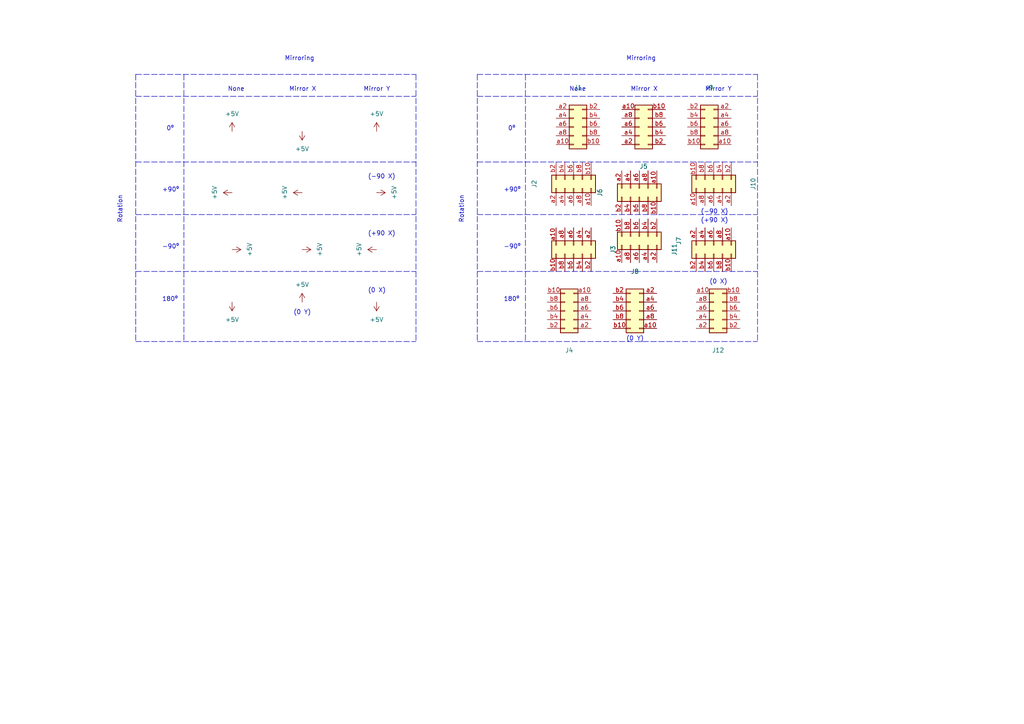
<source format=kicad_sch>
(kicad_sch (version 20211123) (generator eeschema)
  (paper "A4")
  (lib_symbols
    (symbol "Connector:DIN41612_02x05_AB_EvenPins" (pin_names (offset 1.016) hide)
      (property "Reference" "J" (at 1.27 7.62 0))
      (property "Value" "DIN41612_02x05_AB_EvenPins" (at 1.27 -7.62 0))
      (symbol "DIN41612_02x05_AB_EvenPins_1_1"
        (rectangle (start -1.27 -4.953) (end 0 -5.207) (stroke (width 0.1524)))
        (rectangle (start -1.27 -2.413) (end 0 -2.667) (stroke (width 0.1524)))
        (rectangle (start -1.27 0.127) (end 0 -0.127) (stroke (width 0.1524)))
        (rectangle (start -1.27 2.667) (end 0 2.413) (stroke (width 0.1524)))
        (rectangle (start -1.27 5.207) (end 0 4.953) (stroke (width 0.1524)))
        (rectangle (start -1.27 6.35) (end 3.81 -6.35) (stroke (width 0.254)) (fill (type background)))
        (rectangle (start 3.81 -4.953) (end 2.54 -5.207) (stroke (width 0.1524)))
        (rectangle (start 3.81 -2.413) (end 2.54 -2.667) (stroke (width 0.1524)))
        (rectangle (start 3.81 0.127) (end 2.54 -0.127) (stroke (width 0.1524)))
        (rectangle (start 3.81 2.667) (end 2.54 2.413) (stroke (width 0.1524)))
        (rectangle (start 3.81 5.207) (end 2.54 4.953) (stroke (width 0.1524)))
        (pin passive line (at -5.08 -5.08 0) (length 3.81) (name "Pin_a10") (number "a10"))
        (pin passive line (at -5.08 5.08 0) (length 3.81) (name "Pin_a2") (number "a2"))
        (pin passive line (at -5.08 2.54 0) (length 3.81) (name "Pin_a4") (number "a4"))
        (pin passive line (at -5.08 0 0) (length 3.81) (name "Pin_a6") (number "a6"))
        (pin passive line (at -5.08 -2.54 0) (length 3.81) (name "Pin_a8") (number "a8"))
        (pin passive line (at 7.62 -5.08 180) (length 3.81) (name "Pin_b10") (number "b10"))
        (pin passive line (at 7.62 5.08 180) (length 3.81) (name "Pin_b2") (number "b2"))
        (pin passive line (at 7.62 2.54 180) (length 3.81) (name "Pin_b4") (number "b4"))
        (pin passive line (at 7.62 0 180) (length 3.81) (name "Pin_b6") (number "b6"))
        (pin passive line (at 7.62 -2.54 180) (length 3.81) (name "Pin_b8") (number "b8"))
      )
    )
    (symbol "power:+5V" (power) (pin_names (offset 0))
      (property "Value" "+5V" (at 0 3.556 0))
      (symbol "+5V_0_1"
        (polyline (pts (xy -0.762 1.27) (xy 0 2.54)))
        (polyline (pts (xy 0 0) (xy 0 2.54)))
        (polyline (pts (xy 0 2.54) (xy 0.762 1.27)))
      )
      (symbol "+5V_1_1"
        (pin power_in line (at 0 0 90) (length 0) hide (name "+5V") (number "1"))
      )
    )
  )
  (polyline (pts (xy 138.43 21.59) (xy 219.71 21.59)))
  (polyline (pts (xy 39.37 27.94) (xy 120.65 27.94)))
  (polyline (pts (xy 138.43 99.06) (xy 219.71 99.06)))
  (polyline (pts (xy 39.37 99.06) (xy 120.65 99.06)))
  (polyline (pts (xy 39.37 62.23) (xy 120.65 62.23)))
  (polyline (pts (xy 138.43 21.59) (xy 138.43 99.06)))
  (polyline (pts (xy 39.37 21.59) (xy 120.65 21.59)))
  (polyline (pts (xy 138.43 78.74) (xy 219.71 78.74)))
  (polyline (pts (xy 39.37 46.99) (xy 120.65 46.99)))
  (polyline (pts (xy 152.4 21.59) (xy 152.4 99.06)))
  (polyline (pts (xy 120.65 21.59) (xy 120.65 99.06)))
  (polyline (pts (xy 39.37 21.59) (xy 39.37 99.06)))
  (polyline (pts (xy 138.43 27.94) (xy 219.71 27.94)))
  (polyline (pts (xy 39.37 78.74) (xy 120.65 78.74)))
  (polyline (pts (xy 138.43 62.23) (xy 219.71 62.23)))
  (polyline (pts (xy 138.43 46.99) (xy 219.71 46.99)))
  (polyline (pts (xy 53.34 21.59) (xy 53.34 99.06)))
  (polyline (pts (xy 219.71 21.59) (xy 219.71 99.06)))
  (text "(+90 X)" (at 106.68 68.58 0) (effects (font (size 1.27 1.27)) (justify left bottom)))
  (text "Mirroring" (at 181.61 17.78 0) (effects (font (size 1.27 1.27)) (justify left bottom)))
  (text "None" (at 66.04 26.67 0) (effects (font (size 1.27 1.27)) (justify left bottom)))
  (text "+90º" (at 146.05 55.88 0) (effects (font (size 1.27 1.27)) (justify left bottom)))
  (text "Rotation" (at 35.56 64.77 90) (effects (font (size 1.27 1.27)) (justify left bottom)))
  (text "Mirror Y" (at 204.47 26.67 0) (effects (font (size 1.27 1.27)) (justify left bottom)))
  (text "(+90 X)" (at 203.2 64.77 0) (effects (font (size 1.27 1.27)) (justify left bottom)))
  (text "(0 X)" (at 205.74 82.55 0) (effects (font (size 1.27 1.27)) (justify left bottom)))
  (text "+90º" (at 46.99 55.88 0) (effects (font (size 1.27 1.27)) (justify left bottom)))
  (text "0º" (at 48.26 38.1 0) (effects (font (size 1.27 1.27)) (justify left bottom)))
  (text "180º" (at 46.99 87.63 0) (effects (font (size 1.27 1.27)) (justify left bottom)))
  (text "180º" (at 146.05 87.63 0) (effects (font (size 1.27 1.27)) (justify left bottom)))
  (text "(-90 X)" (at 106.68 52.07 0) (effects (font (size 1.27 1.27)) (justify left bottom)))
  (text "Mirror X" (at 83.82 26.67 0) (effects (font (size 1.27 1.27)) (justify left bottom)))
  (text "-90º" (at 146.05 72.39 0) (effects (font (size 1.27 1.27)) (justify left bottom)))
  (text "(0 Y)" (at 85.09 91.44 0) (effects (font (size 1.27 1.27)) (justify left bottom)))
  (text "(0 Y)" (at 181.61 99.06 0) (effects (font (size 1.27 1.27)) (justify left bottom)))
  (text "0º" (at 147.32 38.1 0) (effects (font (size 1.27 1.27)) (justify left bottom)))
  (text "(0 X)" (at 106.68 85.09 0) (effects (font (size 1.27 1.27)) (justify left bottom)))
  (text "(-90 X)" (at 203.2 62.23 0) (effects (font (size 1.27 1.27)) (justify left bottom)))
  (text "-90º" (at 46.99 72.39 0) (effects (font (size 1.27 1.27)) (justify left bottom)))
  (text "Rotation" (at 134.62 64.77 90) (effects (font (size 1.27 1.27)) (justify left bottom)))
  (text "Mirroring" (at 82.55 17.78 0) (effects (font (size 1.27 1.27)) (justify left bottom)))
  (text "Mirror X" (at 182.88 26.67 0) (effects (font (size 1.27 1.27)) (justify left bottom)))
  (text "None" (at 165.1 26.67 0) (effects (font (size 1.27 1.27)) (justify left bottom)))
  (text "Mirror Y" (at 105.41 26.67 0) (effects (font (size 1.27 1.27)) (justify left bottom)))
  (symbol (lib_id "power:+5V") (at 109.22 87.63 0) (mirror x) (unit 1)
    (property "Reference" "#PWR012" (effects hide))
    (property "Value" "+5V" (at 109.22 92.71 0))
  )
  (symbol (lib_id "Connector:DIN41612_02x05_AB_EvenPins") (at 185.42 54.61 90) (mirror x) (unit 1)
    (property "Reference" "J6" (at 173.99 55.88 0))
    (property "Value" "DIN41612_02x05_AB_EvenPins" (effects hide))
  )
  (symbol (lib_id "power:+5V") (at 67.31 87.63 180) (unit 1)
    (property "Reference" "#PWR04" (effects hide))
    (property "Value" "+5V" (at 67.31 92.71 0))
  )
  (symbol (lib_id "power:+5V") (at 87.63 38.1 0) (mirror x) (unit 1)
    (property "Reference" "#PWR05" (effects hide))
    (property "Value" "+5V" (at 87.63 43.18 0))
  )
  (symbol (lib_id "Connector:DIN41612_02x05_AB_EvenPins") (at 166.37 90.17 180) (unit 1)
    (property "Reference" "J4" (at 165.1 101.6 0))
    (property "Value" "DIN41612_02x05_AB_EvenPins" (effects hide))
  )
  (symbol (lib_id "Connector:DIN41612_02x05_AB_EvenPins") (at 166.37 71.12 270) (unit 1)
    (property "Reference" "J3" (at 177.8 72.39 0))
    (property "Value" "DIN41612_02x05_AB_EvenPins" (effects hide))
  )
  (symbol (lib_id "Connector:DIN41612_02x05_AB_EvenPins") (at 185.42 71.12 270) (mirror x) (unit 1)
    (property "Reference" "J7" (at 196.85 69.85 0))
    (property "Value" "DIN41612_02x05_AB_EvenPins" (effects hide))
  )
  (symbol (lib_id "Connector:DIN41612_02x05_AB_EvenPins") (at 207.01 54.61 270) (mirror x) (unit 1)
    (property "Reference" "J10" (at 218.44 53.34 0))
    (property "Value" "DIN41612_02x05_AB_EvenPins" (effects hide))
  )
  (symbol (lib_id "power:+5V") (at 87.63 55.88 90) (mirror x) (unit 1)
    (property "Reference" "#PWR06" (effects hide))
    (property "Value" "+5V" (at 82.55 55.88 0))
  )
  (symbol (lib_id "power:+5V") (at 109.22 55.88 270) (mirror x) (unit 1)
    (property "Reference" "#PWR010" (effects hide))
    (property "Value" "+5V" (at 114.3 55.88 0))
  )
  (symbol (lib_id "power:+5V") (at 67.31 38.1 0) (unit 1)
    (property "Reference" "#PWR01" (effects hide))
    (property "Value" "+5V" (at 67.31 33.02 0))
  )
  (symbol (lib_id "power:+5V") (at 67.31 72.39 270) (unit 1)
    (property "Reference" "#PWR03" (effects hide))
    (property "Value" "+5V" (at 72.39 72.39 0))
  )
  (symbol (lib_id "Connector:DIN41612_02x05_AB_EvenPins") (at 207.01 71.12 90) (mirror x) (unit 1)
    (property "Reference" "J11" (at 195.58 72.39 0))
    (property "Value" "DIN41612_02x05_AB_EvenPins" (effects hide))
  )
  (symbol (lib_id "power:+5V") (at 87.63 72.39 270) (mirror x) (unit 1)
    (property "Reference" "#PWR07" (effects hide))
    (property "Value" "+5V" (at 92.71 72.39 0))
  )
  (symbol (lib_id "Connector:DIN41612_02x05_AB_EvenPins") (at 207.01 90.17 0) (mirror x) (unit 1)
    (property "Reference" "J12" (at 208.28 101.6 0))
    (property "Value" "DIN41612_02x05_AB_EvenPins" (effects hide))
  )
  (symbol (lib_id "power:+5V") (at 67.31 55.88 90) (unit 1)
    (property "Reference" "#PWR02" (effects hide))
    (property "Value" "+5V" (at 62.23 55.88 0))
  )
  (symbol (lib_id "Connector:DIN41612_02x05_AB_EvenPins") (at 185.42 36.83 0) (mirror x) (unit 1)
    (property "Reference" "J5" (at 186.69 48.26 0))
    (property "Value" "DIN41612_02x05_AB_EvenPins" (effects hide))
  )
  (symbol (lib_id "Connector:DIN41612_02x05_AB_EvenPins") (at 185.42 90.17 0) (mirror y) (unit 1)
    (property "Reference" "J8" (at 184.15 78.74 0))
    (property "Value" "DIN41612_02x05_AB_EvenPins" (effects hide))
  )
  (symbol (lib_id "power:+5V") (at 109.22 72.39 90) (mirror x) (unit 1)
    (property "Reference" "#PWR011" (effects hide))
    (property "Value" "+5V" (at 104.14 72.39 0))
  )
  (symbol (lib_id "Connector:DIN41612_02x05_AB_EvenPins") (at 166.37 36.83 0) (unit 1)
    (property "Reference" "J1" (at 167.64 25.4 0))
    (property "Value" "DIN41612_02x05_AB_EvenPins" (effects hide))
  )
  (symbol (lib_id "Connector:DIN41612_02x05_AB_EvenPins") (at 166.37 54.61 90) (unit 1)
    (property "Reference" "J2" (at 154.94 53.34 0))
    (property "Value" "DIN41612_02x05_AB_EvenPins" (effects hide))
  )
  (symbol (lib_id "Connector:DIN41612_02x05_AB_EvenPins") (at 207.01 36.83 0) (mirror y) (unit 1)
    (property "Reference" "J9" (at 205.74 25.4 0))
    (property "Value" "DIN41612_02x05_AB_EvenPins" (effects hide))
  )
  (symbol (lib_id "power:+5V") (at 109.22 38.1 0) (mirror y) (unit 1)
    (property "Reference" "#PWR09" (effects hide))
    (property "Value" "+5V" (at 109.22 33.02 0))
  )
  (symbol (lib_id "power:+5V") (at 87.63 87.63 0) (mirror y) (unit 1)
    (property "Reference" "#PWR08" (effects hide))
    (property "Value" "+5V" (at 87.63 82.55 0))
  )
)
</source>
